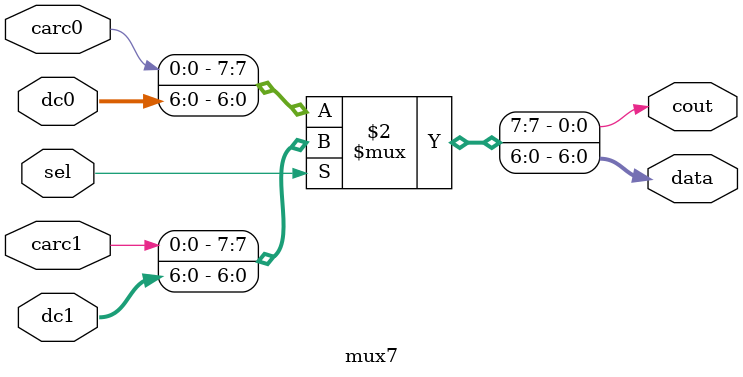
<source format=v>
`timescale 1ns / 1ps
module casqu(

x,y,cin,
cout,sumo
);

input [31:0]x;
input [31:0]y;
input cin;
output  cout;
output  [31:0]sumo;

wire [6:0]carc1,carc0;
wire [5:0]c;
wire [31:0] sumc1,sumc0;


fulladd2 ad1(x[1:0],y[1:0],sumc1[1:0],sumc0[1:0],carc1[0],carc0[0]);
mux2 m1(cin,sumc1[1:0],sumc0[1:0],carc1[0],carc0[0],sumo[1:0],c[0]);

fulladd3 ad2(x[4:2],y[4:2],sumc1[4:2],sumc0[4:2],carc1[1],carc0[1]);
mux3 m2(c[0],sumc1[4:2],sumc0[4:2],carc1[1],carc0[1],sumo[4:2],c[1]);


fulladd4 ad3(x[8:5],y[8:5],sumc1[8:5],sumc0[8:5],carc1[2],carc0[2]);
mux4 m3(c[1],sumc1[8:5],sumc0[8:5],carc1[2],carc0[2],sumo[8:5],c[2]);

fulladd5 ad4(x[13:9],y[13:9],sumc1[13:9],sumc0[13:9],carc1[3],carc0[3]);
mux5 m4(c[2],sumc1[13:9],sumc0[13:9],carc1[3],carc0[3],sumo[13:9],c[3]);


fulladd6 ad5(x[19:14],y[19:14],sumc1[19:14],sumc0[19:14],carc1[4],carc0[4]);
mux6 m5(c[3],sumc1[19:14],sumc0[19:14],carc1[4],carc0[4],sumo[19:14],c[4]);

fulladd7 ad6(x[26:20],y[26:20],sumc1[26:20],sumc0[26:20],carc1[5],carc0[5]);
mux7 m6(c[4],sumc1[26:20],sumc0[26:20],carc1[5],carc0[5],sumo[26:20],c[5]);


fulladd5 ad7(x[31:27],y[31:27],sumc1[31:27],sumc0[31:27],carc1[6],carc0[6]);
mux5 m7(c[5],sumc1[31:27],sumc0[31:27],carc1[6],carc0[6],sumo[31:27],cout);
endmodule




module fulladd2(
    input [1:0]a,
    input [1:0]b,
    output [1:0]sumc1,sumc0,
    output carc1,carc0
    );
assign {carc0,sumc0} = a+b;
assign {carc1,sumc1} = a+b+1;
endmodule

module fulladd3(
    input [2:0]a,
    input [2:0]b,
    output [2:0]sumc1,sumc0,
    output carc1,carc0
    );
assign {carc0,sumc0} = a+b;
assign {carc1,sumc1} = a+b+1;
endmodule

module fulladd4(
    input [3:0]a,
    input [3:0]b,
    output [3:0]sumc1,sumc0,
    output carc1,carc0
    );
assign {carc0,sumc0} = a+b;
assign {carc1,sumc1} = a+b+1;
endmodule

module fulladd5(
    input [4:0]a,
    input [4:0]b,
    output [4:0]sumc1,sumc0,
    output carc1,carc0
    );
assign {carc0,sumc0} = a+b;
assign {carc1,sumc1} = a+b+1;
endmodule

module fulladd6(
    input [5:0]a,
    input [5:0]b,
    output [5:0]sumc1,sumc0,
    output carc1,carc0
    );
assign {carc0,sumc0} = a+b;
assign {carc1,sumc1} = a+b+1;
endmodule

module fulladd7(
    input [6:0]a,
    input [6:0]b,
    output [6:0]sumc1,sumc0,
    output carc1,carc0
    );
assign {carc0,sumc0} = a+b;
assign {carc1,sumc1} = a+b+1;
endmodule






module mux2(sel, dc1,dc0,carc1,carc0,data,cout);
input carc0,carc1,sel;
input[1:0] dc1,dc0;
output [1:0]data;
output cout;
assign {cout,data} = (sel == 0)? {carc0,dc0} : {carc1,dc1};
endmodule

module mux3(sel, dc1,dc0,carc1,carc0,data,cout);
input carc0,carc1,sel;
input[2:0] dc1,dc0;
output [2:0]data;
output cout;
assign {cout,data} = (sel == 0)? {carc0,dc0} : {carc1,dc1};
endmodule

module mux4(sel, dc1,dc0,carc1,carc0,data,cout);
input carc0,carc1,sel;
input[3:0] dc1,dc0;
output cout;
output [3:0]data;
assign {cout,data} = (sel == 0)? {carc0,dc0} : {carc1,dc1};
endmodule

module mux5(sel, dc1,dc0,carc1,carc0,data,cout);
input carc0,carc1,sel;
input[4:0] dc1,dc0;
output [4:0]data;
output cout;
assign {cout,data} = (sel == 0)? {carc0,dc0} : {carc1,dc1};
endmodule

module mux6(sel, dc1,dc0,carc1,carc0,data,cout);
input carc0,carc1,sel;
input[5:0] dc1,dc0;
output [5:0]data;
output cout;
assign {cout,data} = (sel == 0)? {carc0,dc0} : {carc1,dc1};
endmodule

module mux7(sel, dc1,dc0,carc1,carc0,data,cout);
input carc0,carc1,sel;
input[6:0] dc1,dc0;
output [6:0]data;
output cout;
assign {cout,data} = (sel == 0)? {carc0,dc0} : {carc1,dc1};
endmodule

</source>
